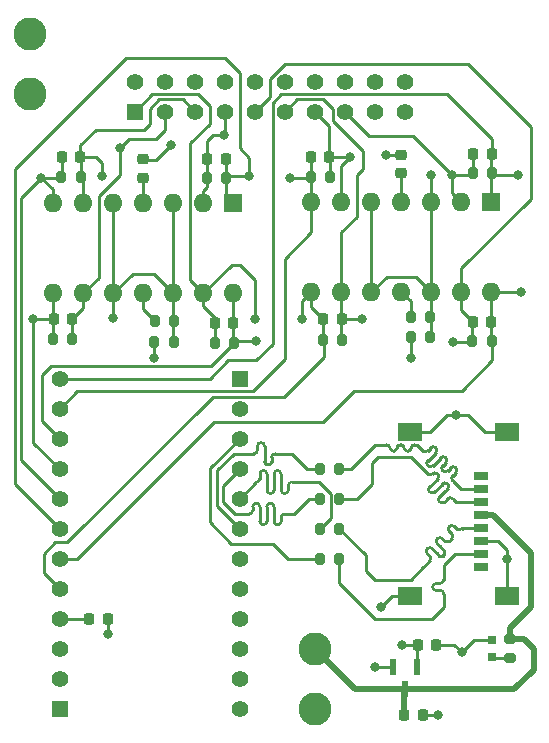
<source format=gbr>
%TF.GenerationSoftware,KiCad,Pcbnew,(6.0.2)*%
%TF.CreationDate,2022-03-10T22:08:29-05:00*%
%TF.ProjectId,SmartSole-Rev1,536d6172-7453-46f6-9c65-2d526576312e,rev?*%
%TF.SameCoordinates,Original*%
%TF.FileFunction,Copper,L1,Top*%
%TF.FilePolarity,Positive*%
%FSLAX46Y46*%
G04 Gerber Fmt 4.6, Leading zero omitted, Abs format (unit mm)*
G04 Created by KiCad (PCBNEW (6.0.2)) date 2022-03-10 22:08:29*
%MOMM*%
%LPD*%
G01*
G04 APERTURE LIST*
G04 Aperture macros list*
%AMRoundRect*
0 Rectangle with rounded corners*
0 $1 Rounding radius*
0 $2 $3 $4 $5 $6 $7 $8 $9 X,Y pos of 4 corners*
0 Add a 4 corners polygon primitive as box body*
4,1,4,$2,$3,$4,$5,$6,$7,$8,$9,$2,$3,0*
0 Add four circle primitives for the rounded corners*
1,1,$1+$1,$2,$3*
1,1,$1+$1,$4,$5*
1,1,$1+$1,$6,$7*
1,1,$1+$1,$8,$9*
0 Add four rect primitives between the rounded corners*
20,1,$1+$1,$2,$3,$4,$5,0*
20,1,$1+$1,$4,$5,$6,$7,0*
20,1,$1+$1,$6,$7,$8,$9,0*
20,1,$1+$1,$8,$9,$2,$3,0*%
G04 Aperture macros list end*
%TA.AperFunction,SMDPad,CuDef*%
%ADD10RoundRect,0.200000X0.200000X0.275000X-0.200000X0.275000X-0.200000X-0.275000X0.200000X-0.275000X0*%
%TD*%
%TA.AperFunction,SMDPad,CuDef*%
%ADD11RoundRect,0.200000X-0.200000X-0.275000X0.200000X-0.275000X0.200000X0.275000X-0.200000X0.275000X0*%
%TD*%
%TA.AperFunction,ComponentPad*%
%ADD12C,2.800000*%
%TD*%
%TA.AperFunction,ComponentPad*%
%ADD13R,1.398000X1.398000*%
%TD*%
%TA.AperFunction,ComponentPad*%
%ADD14C,1.398000*%
%TD*%
%TA.AperFunction,ComponentPad*%
%ADD15C,0.800000*%
%TD*%
%TA.AperFunction,SMDPad,CuDef*%
%ADD16RoundRect,0.225000X-0.225000X-0.250000X0.225000X-0.250000X0.225000X0.250000X-0.225000X0.250000X0*%
%TD*%
%TA.AperFunction,SMDPad,CuDef*%
%ADD17R,0.800000X0.800000*%
%TD*%
%TA.AperFunction,ComponentPad*%
%ADD18R,1.397000X1.397000*%
%TD*%
%TA.AperFunction,ComponentPad*%
%ADD19C,1.397000*%
%TD*%
%TA.AperFunction,SMDPad,CuDef*%
%ADD20RoundRect,0.225000X0.250000X-0.225000X0.250000X0.225000X-0.250000X0.225000X-0.250000X-0.225000X0*%
%TD*%
%TA.AperFunction,SMDPad,CuDef*%
%ADD21R,0.558800X1.320800*%
%TD*%
%TA.AperFunction,SMDPad,CuDef*%
%ADD22RoundRect,0.225000X0.225000X0.250000X-0.225000X0.250000X-0.225000X-0.250000X0.225000X-0.250000X0*%
%TD*%
%TA.AperFunction,SMDPad,CuDef*%
%ADD23R,1.200000X0.800000*%
%TD*%
%TA.AperFunction,SMDPad,CuDef*%
%ADD24R,2.000000X1.500000*%
%TD*%
%TA.AperFunction,ComponentPad*%
%ADD25R,1.600000X1.600000*%
%TD*%
%TA.AperFunction,ComponentPad*%
%ADD26O,1.600000X1.600000*%
%TD*%
%TA.AperFunction,SMDPad,CuDef*%
%ADD27RoundRect,0.200000X-0.275000X0.200000X-0.275000X-0.200000X0.275000X-0.200000X0.275000X0.200000X0*%
%TD*%
%TA.AperFunction,ViaPad*%
%ADD28C,0.800000*%
%TD*%
%TA.AperFunction,Conductor*%
%ADD29C,0.250000*%
%TD*%
%TA.AperFunction,Conductor*%
%ADD30C,0.500000*%
%TD*%
G04 APERTURE END LIST*
D10*
%TO.P,R21,1*%
%TO.N,/Op Amps/VRef2*%
X75627499Y-63249710D03*
%TO.P,R21,2*%
%TO.N,GND*%
X73977499Y-63249710D03*
%TD*%
D11*
%TO.P,R12,1*%
%TO.N,/VRef*%
X95647100Y-64601015D03*
%TO.P,R12,2*%
%TO.N,/Op Amps/VRef1*%
X97297100Y-64601015D03*
%TD*%
D12*
%TO.P,3V3,1,1*%
%TO.N,+3V3*%
X87502499Y-91010000D03*
%TD*%
D13*
%TO.P,J3,1,1*%
%TO.N,unconnected-(J3-Pad1)*%
X81152499Y-68150000D03*
D14*
%TO.P,J3,2,2*%
%TO.N,unconnected-(J3-Pad2)*%
X81152499Y-70690000D03*
%TO.P,J3,3,3*%
%TO.N,/SDO-MISO*%
X81152499Y-73230000D03*
%TO.P,J3,4,4*%
%TO.N,/SDI-MOSI*%
X81152499Y-75770000D03*
%TO.P,J3,5,5*%
%TO.N,/SCLK*%
X81152499Y-78310000D03*
%TO.P,J3,6,6*%
%TO.N,/CS*%
X81152499Y-80850000D03*
%TO.P,J3,7,7*%
%TO.N,unconnected-(J3-Pad7)*%
X81152499Y-83390000D03*
%TO.P,J3,8,8*%
%TO.N,unconnected-(J3-Pad8)*%
X81152499Y-85930000D03*
%TO.P,J3,9,9*%
%TO.N,unconnected-(J3-Pad9)*%
X81152499Y-88470000D03*
%TO.P,J3,10,10*%
%TO.N,unconnected-(J3-Pad10)*%
X81152499Y-91010000D03*
%TO.P,J3,11,11*%
%TO.N,unconnected-(J3-Pad11)*%
X81152499Y-93550000D03*
%TO.P,J3,12,12*%
%TO.N,unconnected-(J3-Pad12)*%
X81152499Y-96090000D03*
%TD*%
D11*
%TO.P,R9,1*%
%TO.N,/ForceIn_7*%
X79037498Y-65151000D03*
%TO.P,R9,2*%
%TO.N,/AIN7*%
X80687498Y-65151000D03*
%TD*%
D15*
%TO.P,F0,1,1*%
%TO.N,/ForceIn_0*%
X99164499Y-50868000D03*
%TD*%
D12*
%TO.P,3V0,1,1*%
%TO.N,/VRef*%
X63372499Y-44020000D03*
%TD*%
D10*
%TO.P,R13,1*%
%TO.N,/Op Amps/VRef1*%
X97297100Y-62899568D03*
%TO.P,R13,2*%
%TO.N,GND*%
X95647100Y-62899568D03*
%TD*%
D11*
%TO.P,R4,1*%
%TO.N,/ForceIn_3*%
X100866499Y-64975000D03*
%TO.P,R4,2*%
%TO.N,/AIN3*%
X102516499Y-64975000D03*
%TD*%
D15*
%TO.P,F3,1,1*%
%TO.N,/ForceIn_3*%
X99191612Y-65077727D03*
%TD*%
%TO.P,A4,1,1*%
%TO.N,/AIN4*%
X81981567Y-51025367D03*
%TD*%
%TO.P,A1,1,1*%
%TO.N,/AIN1*%
X85448499Y-51122000D03*
%TD*%
D16*
%TO.P,C6,1*%
%TO.N,/AIN5*%
X66100109Y-49400921D03*
%TO.P,C6,2*%
%TO.N,/ForceIn_5*%
X67650109Y-49400921D03*
%TD*%
D10*
%TO.P,R6,1*%
%TO.N,/ForceIn_5*%
X67700109Y-51051921D03*
%TO.P,R6,2*%
%TO.N,/AIN5*%
X66050109Y-51051921D03*
%TD*%
%TO.P,R8,1*%
%TO.N,Net-(J4-Pad2)*%
X89597499Y-75770000D03*
%TO.P,R8,2*%
%TO.N,/CS*%
X87947499Y-75770000D03*
%TD*%
%TO.P,R14,1*%
%TO.N,Net-(J4-Pad7)*%
X89597499Y-83390000D03*
%TO.P,R14,2*%
%TO.N,/SDO-MISO*%
X87947499Y-83390000D03*
%TD*%
D17*
%TO.P,D1,1,1*%
%TO.N,GND*%
X102492099Y-90237000D03*
%TO.P,D1,2,2*%
%TO.N,Net-(D1-Pad2)*%
X102492099Y-91737000D03*
%TD*%
D15*
%TO.P,VR1,1,1*%
%TO.N,/Op Amps/VRef1*%
X97386499Y-50868000D03*
%TD*%
D16*
%TO.P,C9,1*%
%TO.N,/ForceIn_7*%
X79062498Y-63451000D03*
%TO.P,C9,2*%
%TO.N,/AIN7*%
X80612498Y-63451000D03*
%TD*%
D13*
%TO.P,J2,1,1*%
%TO.N,unconnected-(J2-Pad1)*%
X65912499Y-96090000D03*
D14*
%TO.P,J2,2,2*%
%TO.N,GND*%
X65912499Y-93550000D03*
%TO.P,J2,3,3*%
%TO.N,unconnected-(J2-Pad3)*%
X65912499Y-91010000D03*
%TO.P,J2,4,4*%
%TO.N,+3V3*%
X65912499Y-88470000D03*
%TO.P,J2,5,5*%
%TO.N,/AIN2*%
X65912499Y-85930000D03*
%TO.P,J2,6,6*%
%TO.N,/AIN3*%
X65912499Y-83390000D03*
%TO.P,J2,7,7*%
%TO.N,/AIN4*%
X65912499Y-80850000D03*
%TO.P,J2,8,8*%
%TO.N,/AIN5*%
X65912499Y-78310000D03*
%TO.P,J2,9,9*%
%TO.N,/AIN6*%
X65912499Y-75770000D03*
%TO.P,J2,10,10*%
%TO.N,/AIN7*%
X65912499Y-73230000D03*
%TO.P,J2,11,11*%
%TO.N,/AIN1*%
X65912499Y-70690000D03*
%TO.P,J2,12,12*%
%TO.N,/AIN0*%
X65912499Y-68150000D03*
%TD*%
D11*
%TO.P,R20,1*%
%TO.N,/VRef*%
X73936252Y-65054275D03*
%TO.P,R20,2*%
%TO.N,/Op Amps/VRef2*%
X75586252Y-65054275D03*
%TD*%
D15*
%TO.P,VR2,1,1*%
%TO.N,/Op Amps/VRef2*%
X70454806Y-63006031D03*
%TD*%
D18*
%TO.P,J1,1,1*%
%TO.N,/ForceIn_7*%
X72262499Y-45523000D03*
D19*
%TO.P,J1,2,2*%
%TO.N,GND*%
X72262499Y-42983000D03*
%TO.P,J1,3,3*%
%TO.N,/ForceIn_6*%
X74802499Y-45523000D03*
%TO.P,J1,4,4*%
%TO.N,GND*%
X74802499Y-42983000D03*
%TO.P,J1,5,5*%
%TO.N,/ForceIn_5*%
X77342499Y-45523000D03*
%TO.P,J1,6,6*%
%TO.N,GND*%
X77342499Y-42983000D03*
%TO.P,J1,7,7*%
%TO.N,/ForceIn_4*%
X79882499Y-45523000D03*
%TO.P,J1,8,8*%
%TO.N,GND*%
X79882499Y-42983000D03*
%TO.P,J1,9,9*%
%TO.N,/ForceIn_3*%
X82422499Y-45523000D03*
%TO.P,J1,10,10*%
%TO.N,GND*%
X82422499Y-42983000D03*
%TO.P,J1,11,11*%
%TO.N,/ForceIn_2*%
X84962499Y-45523000D03*
%TO.P,J1,12,12*%
%TO.N,GND*%
X84962499Y-42983000D03*
%TO.P,J1,13,13*%
%TO.N,/ForceIn_1*%
X87502499Y-45523000D03*
%TO.P,J1,14,14*%
%TO.N,GND*%
X87502499Y-42983000D03*
%TO.P,J1,15,15*%
%TO.N,/ForceIn_0*%
X90042499Y-45523000D03*
%TO.P,J1,16,16*%
%TO.N,GND*%
X90042499Y-42983000D03*
%TO.P,J1,17,17*%
X92582499Y-45523000D03*
%TO.P,J1,18,18*%
X92582499Y-42983000D03*
%TO.P,J1,19,19*%
X95122499Y-45523000D03*
%TO.P,J1,20,20*%
X95122499Y-42983000D03*
%TD*%
D10*
%TO.P,R15,1*%
%TO.N,Net-(J4-Pad3)*%
X89597499Y-78310000D03*
%TO.P,R15,2*%
%TO.N,/SDI-MOSI*%
X87947499Y-78310000D03*
%TD*%
D15*
%TO.P,F7,1,1*%
%TO.N,/ForceIn_7*%
X82422499Y-63070000D03*
%TD*%
D10*
%TO.P,R3,1*%
%TO.N,/ForceIn_2*%
X89821422Y-64894386D03*
%TO.P,R3,2*%
%TO.N,/AIN2*%
X88171422Y-64894386D03*
%TD*%
D20*
%TO.P,C12,1*%
%TO.N,+3V3*%
X72986480Y-51134622D03*
%TO.P,C12,2*%
%TO.N,GND*%
X72986480Y-49584622D03*
%TD*%
D15*
%TO.P,A2,1,1*%
%TO.N,/AIN2*%
X86474524Y-63090215D03*
%TD*%
%TO.P,F4,1,1*%
%TO.N,/ForceIn_4*%
X79791572Y-47516654D03*
%TD*%
D16*
%TO.P,C3,1*%
%TO.N,/AIN2*%
X88244524Y-63100215D03*
%TO.P,C3,2*%
%TO.N,/ForceIn_2*%
X89794524Y-63100215D03*
%TD*%
D21*
%TO.P,U3,1,VOUT*%
%TO.N,/VRef*%
X96147498Y-92534000D03*
%TO.P,U3,2,GND*%
%TO.N,GND*%
X94097500Y-92534000D03*
%TO.P,U3,3,VIN*%
%TO.N,+3V3*%
X95122499Y-94432650D03*
%TD*%
D15*
%TO.P,A5,1,1*%
%TO.N,/AIN5*%
X64372723Y-51113142D03*
%TD*%
%TO.P,A3,1,1*%
%TO.N,/AIN3*%
X105006499Y-60774000D03*
%TD*%
%TO.P,A6,1,1*%
%TO.N,/AIN6*%
X63693176Y-63122612D03*
%TD*%
D22*
%TO.P,C1,1*%
%TO.N,/AIN0*%
X102479499Y-49090000D03*
%TO.P,C1,2*%
%TO.N,/ForceIn_0*%
X100929499Y-49090000D03*
%TD*%
D15*
%TO.P,F1,1,1*%
%TO.N,/ForceIn_1*%
X90528499Y-49344000D03*
%TD*%
D16*
%TO.P,C2,1*%
%TO.N,/AIN1*%
X87200499Y-49344000D03*
%TO.P,C2,2*%
%TO.N,/ForceIn_1*%
X88750499Y-49344000D03*
%TD*%
D12*
%TO.P,GND1,1,1*%
%TO.N,GND*%
X63372499Y-38940000D03*
%TD*%
D23*
%TO.P,J4,1,DAT2*%
%TO.N,unconnected-(J4-Pad1)*%
X101557499Y-76355000D03*
%TO.P,J4,2,CD/DAT3*%
%TO.N,Net-(J4-Pad2)*%
X101557499Y-77455000D03*
%TO.P,J4,3,CMD*%
%TO.N,Net-(J4-Pad3)*%
X101557499Y-78555000D03*
%TO.P,J4,4,VDD*%
%TO.N,+3V3*%
X101557499Y-79655000D03*
%TO.P,J4,5,CLK*%
%TO.N,Net-(J4-Pad5)*%
X101557499Y-80755000D03*
%TO.P,J4,6,VSS*%
%TO.N,GND*%
X101557499Y-81855000D03*
%TO.P,J4,7,DAT0*%
%TO.N,Net-(J4-Pad7)*%
X101557499Y-82955000D03*
%TO.P,J4,8,DAT1*%
%TO.N,unconnected-(J4-Pad8)*%
X101557499Y-84055000D03*
D24*
%TO.P,J4,9,SHIELD*%
%TO.N,GND*%
X103757499Y-86525000D03*
%TO.P,J4,10,SHIELD*%
X95557499Y-86525000D03*
%TO.P,J4,11,SHIELD*%
X95557499Y-72635000D03*
%TO.P,J4,12,SHIELD*%
X103757499Y-72635000D03*
%TD*%
D12*
%TO.P,GND2,1,1*%
%TO.N,GND*%
X87502499Y-96090000D03*
%TD*%
D10*
%TO.P,R7,1*%
%TO.N,/ForceIn_6*%
X67001731Y-64773612D03*
%TO.P,R7,2*%
%TO.N,/AIN6*%
X65351731Y-64773612D03*
%TD*%
D25*
%TO.P,U2,1*%
%TO.N,/AIN4*%
X80612498Y-53291000D03*
D26*
%TO.P,U2,2,-*%
%TO.N,/ForceIn_4*%
X78072498Y-53291000D03*
%TO.P,U2,3,+*%
%TO.N,/Op Amps/VRef2*%
X75532498Y-53291000D03*
%TO.P,U2,4,V+*%
%TO.N,+3V3*%
X72992498Y-53291000D03*
%TO.P,U2,5,+*%
%TO.N,/Op Amps/VRef2*%
X70452498Y-53291000D03*
%TO.P,U2,6,-*%
%TO.N,/ForceIn_5*%
X67912498Y-53291000D03*
%TO.P,U2,7*%
%TO.N,/AIN5*%
X65372498Y-53291000D03*
%TO.P,U2,8*%
%TO.N,/AIN6*%
X65372498Y-60911000D03*
%TO.P,U2,9,-*%
%TO.N,/ForceIn_6*%
X67912498Y-60911000D03*
%TO.P,U2,10,+*%
%TO.N,/Op Amps/VRef2*%
X70452498Y-60911000D03*
%TO.P,U2,11,V-*%
%TO.N,GND*%
X72992498Y-60911000D03*
%TO.P,U2,12,+*%
%TO.N,/Op Amps/VRef2*%
X75532498Y-60911000D03*
%TO.P,U2,13,-*%
%TO.N,/ForceIn_7*%
X78072498Y-60911000D03*
%TO.P,U2,14*%
%TO.N,/AIN7*%
X80612498Y-60911000D03*
%TD*%
D15*
%TO.P,F5,1,1*%
%TO.N,/ForceIn_5*%
X69467934Y-51015157D03*
%TD*%
%TO.P,A7,1,1*%
%TO.N,/AIN7*%
X82518035Y-64975416D03*
%TD*%
D11*
%TO.P,R1,1*%
%TO.N,/ForceIn_0*%
X100879499Y-50741000D03*
%TO.P,R1,2*%
%TO.N,/AIN0*%
X102529499Y-50741000D03*
%TD*%
D27*
%TO.P,R10,1*%
%TO.N,+3V3*%
X104012499Y-90185000D03*
%TO.P,R10,2*%
%TO.N,Net-(D1-Pad2)*%
X104012499Y-91835000D03*
%TD*%
D22*
%TO.P,C5,1*%
%TO.N,/AIN4*%
X79981815Y-49516891D03*
%TO.P,C5,2*%
%TO.N,/ForceIn_4*%
X78431815Y-49516891D03*
%TD*%
D15*
%TO.P,F6,1,1*%
%TO.N,/ForceIn_6*%
X70992499Y-48592000D03*
%TD*%
D11*
%TO.P,R5,1*%
%TO.N,/ForceIn_4*%
X78381815Y-51167891D03*
%TO.P,R5,2*%
%TO.N,/AIN4*%
X80031815Y-51167891D03*
%TD*%
D10*
%TO.P,R11,1*%
%TO.N,Net-(J4-Pad5)*%
X89597499Y-80850000D03*
%TO.P,R11,2*%
%TO.N,/SCLK*%
X87947499Y-80850000D03*
%TD*%
D25*
%TO.P,U1,1*%
%TO.N,/AIN0*%
X102471499Y-53164000D03*
D26*
%TO.P,U1,2,-*%
%TO.N,/ForceIn_0*%
X99931499Y-53164000D03*
%TO.P,U1,3,+*%
%TO.N,/Op Amps/VRef1*%
X97391499Y-53164000D03*
%TO.P,U1,4,V+*%
%TO.N,+3V3*%
X94851499Y-53164000D03*
%TO.P,U1,5,+*%
%TO.N,/Op Amps/VRef1*%
X92311499Y-53164000D03*
%TO.P,U1,6,-*%
%TO.N,/ForceIn_1*%
X89771499Y-53164000D03*
%TO.P,U1,7*%
%TO.N,/AIN1*%
X87231499Y-53164000D03*
%TO.P,U1,8*%
%TO.N,/AIN2*%
X87231499Y-60784000D03*
%TO.P,U1,9,-*%
%TO.N,/ForceIn_2*%
X89771499Y-60784000D03*
%TO.P,U1,10,+*%
%TO.N,/Op Amps/VRef1*%
X92311499Y-60784000D03*
%TO.P,U1,11,V-*%
%TO.N,GND*%
X94851499Y-60784000D03*
%TO.P,U1,12,+*%
%TO.N,/Op Amps/VRef1*%
X97391499Y-60784000D03*
%TO.P,U1,13,-*%
%TO.N,/ForceIn_3*%
X99931499Y-60784000D03*
%TO.P,U1,14*%
%TO.N,/AIN3*%
X102471499Y-60784000D03*
%TD*%
D16*
%TO.P,C7,1*%
%TO.N,/AIN6*%
X65401731Y-63122612D03*
%TO.P,C7,2*%
%TO.N,/ForceIn_6*%
X66951731Y-63122612D03*
%TD*%
D10*
%TO.P,R2,1*%
%TO.N,/ForceIn_1*%
X88811349Y-51026265D03*
%TO.P,R2,2*%
%TO.N,/AIN1*%
X87161349Y-51026265D03*
%TD*%
D20*
%TO.P,C13,1*%
%TO.N,+3V3*%
X94848120Y-50754974D03*
%TO.P,C13,2*%
%TO.N,GND*%
X94848120Y-49204974D03*
%TD*%
D15*
%TO.P,A0,1,1*%
%TO.N,/AIN0*%
X104752499Y-50868000D03*
%TD*%
D16*
%TO.P,C8,1*%
%TO.N,+3V3*%
X68439499Y-88470000D03*
%TO.P,C8,2*%
%TO.N,GND*%
X69989499Y-88470000D03*
%TD*%
%TO.P,C11,1*%
%TO.N,/VRef*%
X96219918Y-90650244D03*
%TO.P,C11,2*%
%TO.N,GND*%
X97769918Y-90650244D03*
%TD*%
D15*
%TO.P,F2,1,1*%
%TO.N,/ForceIn_2*%
X91554524Y-63090215D03*
%TD*%
D22*
%TO.P,C4,1*%
%TO.N,/AIN3*%
X102466499Y-63324000D03*
%TO.P,C4,2*%
%TO.N,/ForceIn_3*%
X100916499Y-63324000D03*
%TD*%
D16*
%TO.P,C10,1*%
%TO.N,+3V3*%
X95109499Y-96598000D03*
%TO.P,C10,2*%
%TO.N,GND*%
X96659499Y-96598000D03*
%TD*%
D28*
%TO.N,GND*%
X92582499Y-92534000D03*
X93090499Y-87454000D03*
X75310499Y-48338000D03*
X99496271Y-71198000D03*
X99948499Y-91264000D03*
X69976499Y-89740000D03*
X103758499Y-83390000D03*
X93522028Y-49206267D03*
X97916499Y-96598000D03*
%TO.N,/VRef*%
X73936252Y-66372000D03*
X94859851Y-90653170D03*
X95630499Y-66372000D03*
%TD*%
D29*
%TO.N,/AIN3*%
X65912499Y-83390000D02*
X67372499Y-83390000D01*
X102471499Y-60784000D02*
X102471499Y-64930000D01*
X90804499Y-69166000D02*
X99948499Y-69166000D01*
X102516499Y-66598000D02*
X102516499Y-64975000D01*
X67372499Y-83390000D02*
X78962499Y-71800000D01*
X88170499Y-71800000D02*
X90804499Y-69166000D01*
X105006499Y-60774000D02*
X102481499Y-60774000D01*
X99948499Y-69166000D02*
X102516499Y-66598000D01*
X78962499Y-71800000D02*
X88170499Y-71800000D01*
%TO.N,/ForceIn_2*%
X89019488Y-45282989D02*
X89019488Y-46298989D01*
X89771499Y-60784000D02*
X89771499Y-64844463D01*
X91058499Y-54434000D02*
X89771499Y-55721000D01*
X89771499Y-55721000D02*
X89771499Y-60784000D01*
X89019488Y-46298989D02*
X91566499Y-48846000D01*
X91554524Y-63090215D02*
X89804524Y-63090215D01*
X85985510Y-44499989D02*
X88236488Y-44499989D01*
X88236488Y-44499989D02*
X89019488Y-45282989D01*
X84962499Y-45523000D02*
X85985510Y-44499989D01*
X91058499Y-50878000D02*
X91058499Y-54434000D01*
X91566499Y-50370000D02*
X91058499Y-50878000D01*
X91566499Y-48846000D02*
X91566499Y-50370000D01*
%TO.N,/ForceIn_0*%
X99164499Y-50868000D02*
X99164499Y-52397000D01*
X95872499Y-47576000D02*
X99164499Y-50868000D01*
X99164499Y-50868000D02*
X100752499Y-50868000D01*
X92095499Y-47576000D02*
X95872499Y-47576000D01*
X99164499Y-52397000D02*
X99931499Y-53164000D01*
X100879499Y-50741000D02*
X100879499Y-49140000D01*
X90042499Y-45523000D02*
X92095499Y-47576000D01*
%TO.N,/ForceIn_6*%
X67912498Y-60911000D02*
X67912498Y-62161845D01*
X74802499Y-45523000D02*
X74802499Y-47068000D01*
X69214499Y-52656000D02*
X70992499Y-50878000D01*
X74802499Y-47068000D02*
X74040499Y-47830000D01*
X67001731Y-64773612D02*
X67001731Y-63172612D01*
X67912498Y-62161845D02*
X66951731Y-63122612D01*
X74040499Y-47830000D02*
X71754499Y-47830000D01*
X70992499Y-50878000D02*
X70992499Y-48592000D01*
X71754499Y-47830000D02*
X70992499Y-48592000D01*
X69214499Y-59608999D02*
X67912498Y-60911000D01*
X69214499Y-52656000D02*
X69214499Y-59608999D01*
%TO.N,/AIN2*%
X78896010Y-69666489D02*
X84896010Y-69666489D01*
X64562499Y-84580000D02*
X64562499Y-83000000D01*
X88171422Y-64894386D02*
X88171422Y-63173317D01*
X88244524Y-63100215D02*
X87231499Y-62087190D01*
X66562499Y-82000000D02*
X78896010Y-69666489D01*
X84896010Y-69666489D02*
X88264499Y-66298000D01*
X87231499Y-62087190D02*
X87231499Y-60784000D01*
X65912499Y-85930000D02*
X64562499Y-84580000D01*
X86474524Y-61540975D02*
X87231499Y-60784000D01*
X64562499Y-83000000D02*
X65562499Y-82000000D01*
X65562499Y-82000000D02*
X66562499Y-82000000D01*
X86474524Y-63090215D02*
X86474524Y-61540975D01*
X88264499Y-66298000D02*
X88264499Y-64987463D01*
%TO.N,/AIN6*%
X65372498Y-64752845D02*
X65372498Y-60911000D01*
X65912499Y-75770000D02*
X63693176Y-73550677D01*
X63693176Y-63122612D02*
X65401731Y-63122612D01*
X63693176Y-73550677D02*
X63693176Y-63122612D01*
%TO.N,/ForceIn_5*%
X77342499Y-45523000D02*
X76319488Y-44499989D01*
X67700109Y-51051921D02*
X67700109Y-49450921D01*
X68960499Y-47068000D02*
X67650109Y-48378390D01*
X76319488Y-44499989D02*
X74322510Y-44499989D01*
X73024499Y-47068000D02*
X68960499Y-47068000D01*
X73532499Y-46560000D02*
X73024499Y-47068000D01*
X73532499Y-45290000D02*
X73532499Y-46560000D01*
X67650109Y-48378390D02*
X67650109Y-49400921D01*
X69007420Y-49400921D02*
X69467934Y-49861435D01*
X67912498Y-53291000D02*
X67912498Y-51264310D01*
X74322510Y-44499989D02*
X73532499Y-45290000D01*
X69467934Y-49861435D02*
X69467934Y-51015157D01*
X67650109Y-49400921D02*
X69007420Y-49400921D01*
%TO.N,GND*%
X99948499Y-91264000D02*
X100975499Y-90237000D01*
X102985499Y-81855000D02*
X103758499Y-82628000D01*
X103757499Y-72635000D02*
X101893499Y-72635000D01*
X95647100Y-61579601D02*
X94851499Y-60784000D01*
X95557499Y-86525000D02*
X94019499Y-86525000D01*
X95647100Y-62899568D02*
X95647100Y-61579601D01*
X101557499Y-81855000D02*
X102985499Y-81855000D01*
X99334743Y-90650244D02*
X97769918Y-90650244D01*
X98678499Y-71198000D02*
X99496271Y-71198000D01*
X103758499Y-82628000D02*
X103758499Y-83390000D01*
X94019499Y-86525000D02*
X93090499Y-87454000D01*
X95557499Y-72635000D02*
X97241499Y-72635000D01*
X93523321Y-49204974D02*
X93522028Y-49206267D01*
X103757499Y-83391000D02*
X103757499Y-86525000D01*
X74040499Y-49608000D02*
X73009858Y-49608000D01*
X92582499Y-92534000D02*
X94097500Y-92534000D01*
X99948499Y-91264000D02*
X99334743Y-90650244D01*
X72992498Y-62264709D02*
X72992498Y-60911000D01*
X103758499Y-83390000D02*
X103757499Y-83391000D01*
X69976499Y-88483000D02*
X69989499Y-88470000D01*
X101893499Y-72635000D02*
X100456499Y-71198000D01*
X100456499Y-71198000D02*
X99496271Y-71198000D01*
X97916499Y-96598000D02*
X96659499Y-96598000D01*
X75310499Y-48338000D02*
X74040499Y-49608000D01*
X97241499Y-72635000D02*
X98678499Y-71198000D01*
X100975499Y-90237000D02*
X102492099Y-90237000D01*
X73977499Y-63249710D02*
X72992498Y-62264709D01*
X94848120Y-49204974D02*
X93523321Y-49204974D01*
X69976499Y-89740000D02*
X69976499Y-88483000D01*
%TO.N,/AIN5*%
X65372498Y-52112917D02*
X64372723Y-51113142D01*
X62610499Y-75008000D02*
X62610499Y-52875366D01*
X65372498Y-53291000D02*
X65372498Y-52112917D01*
X65912499Y-78310000D02*
X62610499Y-75008000D01*
X62610499Y-52875366D02*
X64372723Y-51113142D01*
X66100109Y-49400921D02*
X66100109Y-51001921D01*
X64372723Y-51113142D02*
X65988888Y-51113142D01*
%TO.N,/ForceIn_4*%
X78431815Y-48010684D02*
X78925845Y-47516654D01*
X78381815Y-51946930D02*
X78381815Y-51167891D01*
X78072498Y-52256247D02*
X78381815Y-51946930D01*
X78381815Y-51167891D02*
X78381815Y-49566891D01*
X78072498Y-53291000D02*
X78072498Y-52256247D01*
X78925845Y-47516654D02*
X79791572Y-47516654D01*
X79882499Y-45523000D02*
X79882499Y-47425727D01*
X78431815Y-49516891D02*
X78431815Y-48010684D01*
%TO.N,/AIN1*%
X87231499Y-53164000D02*
X87231499Y-49375000D01*
X84962499Y-57990000D02*
X84962499Y-66500000D01*
X84962499Y-66500000D02*
X82262499Y-69200000D01*
X85448499Y-51122000D02*
X87065614Y-51122000D01*
X67402499Y-69200000D02*
X65912499Y-70690000D01*
X82262499Y-69200000D02*
X67402499Y-69200000D01*
X87231499Y-53164000D02*
X87231499Y-55721000D01*
X87231499Y-55721000D02*
X84962499Y-57990000D01*
%TO.N,/ForceIn_7*%
X77626968Y-44050469D02*
X78612499Y-45036000D01*
X82422499Y-63070000D02*
X82422499Y-59768000D01*
X80485498Y-58498000D02*
X78072498Y-60911000D01*
X73735030Y-44050469D02*
X77626968Y-44050469D01*
X78072498Y-62021999D02*
X78072498Y-60911000D01*
X81152499Y-58498000D02*
X80485498Y-58498000D01*
X76947987Y-48224512D02*
X76947987Y-59786489D01*
X82422499Y-59768000D02*
X81152499Y-58498000D01*
X76947987Y-59786489D02*
X78072498Y-60911000D01*
X79037498Y-65151000D02*
X79037498Y-62986999D01*
X72262499Y-45523000D02*
X73735030Y-44050469D01*
X78612499Y-45036000D02*
X78612499Y-46560000D01*
X79037498Y-62986999D02*
X78072498Y-62021999D01*
X78612499Y-46560000D02*
X76947987Y-48224512D01*
%TO.N,/AIN4*%
X79981815Y-49516891D02*
X79981815Y-51117891D01*
X62102499Y-50370000D02*
X62102499Y-77040000D01*
X81981567Y-51025367D02*
X80174339Y-51025367D01*
X81152499Y-48592000D02*
X81152499Y-42242000D01*
X81981567Y-51025367D02*
X81981567Y-49421068D01*
X62102499Y-77040000D02*
X65912499Y-80850000D01*
X71500499Y-40972000D02*
X62102499Y-50370000D01*
X80031815Y-51167891D02*
X80031815Y-52710317D01*
X81152499Y-42242000D02*
X79882499Y-40972000D01*
X81981567Y-49421068D02*
X81152499Y-48592000D01*
X79882499Y-40972000D02*
X71500499Y-40972000D01*
%TO.N,/ForceIn_3*%
X83692499Y-44253000D02*
X83692499Y-42750000D01*
X99931499Y-58769000D02*
X99931499Y-60784000D01*
X105790499Y-52910000D02*
X99931499Y-58769000D01*
X83692499Y-42750000D02*
X84962499Y-41480000D01*
X99191612Y-65077727D02*
X100763772Y-65077727D01*
X99931499Y-60784000D02*
X99931499Y-62339000D01*
X82422499Y-45523000D02*
X83692499Y-44253000D01*
X84962499Y-41480000D02*
X100456499Y-41480000D01*
X100866499Y-64975000D02*
X100866499Y-63374000D01*
X100456499Y-41480000D02*
X105790499Y-46814000D01*
X105790499Y-46814000D02*
X105790499Y-52910000D01*
X99931499Y-62339000D02*
X100916499Y-63324000D01*
%TO.N,/VRef*%
X95630499Y-66372000D02*
X95630499Y-64617616D01*
X94862777Y-90650244D02*
X96219918Y-90650244D01*
X73936252Y-65054275D02*
X73936252Y-66372000D01*
X96147498Y-92534000D02*
X96147498Y-90722664D01*
X94859851Y-90653170D02*
X94862777Y-90650244D01*
%TO.N,Net-(D1-Pad2)*%
X104012499Y-91835000D02*
X102590099Y-91835000D01*
D30*
%TO.N,+3V3*%
X95109499Y-94445650D02*
X95122499Y-94432650D01*
X105219499Y-90185000D02*
X104012499Y-90185000D01*
X95109499Y-96598000D02*
X95109499Y-94445650D01*
X104012499Y-90185000D02*
X104012499Y-89232000D01*
X90925149Y-94432650D02*
X95122499Y-94432650D01*
X87502499Y-91010000D02*
X90925149Y-94432650D01*
D29*
X65912499Y-88470000D02*
X68439499Y-88470000D01*
D30*
X102563499Y-79655000D02*
X101557499Y-79655000D01*
X105790499Y-87454000D02*
X105790499Y-82882000D01*
D29*
X94848120Y-50754974D02*
X94848120Y-53160621D01*
D30*
X95122499Y-94432650D02*
X104399849Y-94432650D01*
X105790499Y-82882000D02*
X102563499Y-79655000D01*
X106044499Y-92788000D02*
X106044499Y-91010000D01*
X104012499Y-89232000D02*
X105790499Y-87454000D01*
X106044499Y-91010000D02*
X105219499Y-90185000D01*
X104399849Y-94432650D02*
X106044499Y-92788000D01*
D29*
X72992498Y-53291000D02*
X72992498Y-51140640D01*
%TO.N,/AIN7*%
X78741987Y-67096511D02*
X65165988Y-67096511D01*
X82518035Y-64975416D02*
X80863082Y-64975416D01*
X80612498Y-65076000D02*
X80612498Y-60911000D01*
X65165988Y-67096511D02*
X64388499Y-67874000D01*
X80687498Y-65151000D02*
X78741987Y-67096511D01*
X64388499Y-67874000D02*
X64388499Y-71706000D01*
X64388499Y-71706000D02*
X65912499Y-73230000D01*
%TO.N,/ForceIn_1*%
X89771499Y-53164000D02*
X89771499Y-50101000D01*
X88811349Y-51026265D02*
X88811349Y-49404850D01*
X90528499Y-49344000D02*
X88750499Y-49344000D01*
X87502499Y-45523000D02*
X88750499Y-46771000D01*
X88750499Y-46771000D02*
X88750499Y-49344000D01*
X89771499Y-50101000D02*
X90528499Y-49344000D01*
%TO.N,/Op Amps/VRef1*%
X97391499Y-60784000D02*
X97391499Y-53164000D01*
X96111499Y-59504000D02*
X93591499Y-59504000D01*
X93591499Y-59504000D02*
X92311499Y-60784000D01*
X97391499Y-60784000D02*
X96111499Y-59504000D01*
X92311499Y-53164000D02*
X92311499Y-60784000D01*
X97391499Y-60784000D02*
X97391499Y-64506616D01*
X97386499Y-50868000D02*
X97386499Y-53159000D01*
%TO.N,/AIN0*%
X83939488Y-44789011D02*
X84678030Y-44050469D01*
X102471499Y-49098000D02*
X102471499Y-53164000D01*
X83862499Y-65300000D02*
X83946499Y-65216000D01*
X78612499Y-68150000D02*
X80162499Y-66600000D01*
X98708968Y-44050469D02*
X102488499Y-47830000D01*
X104752499Y-50868000D02*
X102656499Y-50868000D01*
X83946499Y-65216000D02*
X83946499Y-61038000D01*
X84678030Y-44050469D02*
X98708968Y-44050469D01*
X83939488Y-61030989D02*
X83939488Y-44789011D01*
X102488499Y-47830000D02*
X102488499Y-49081000D01*
X83946499Y-61038000D02*
X83939488Y-61030989D01*
X65912499Y-68150000D02*
X78612499Y-68150000D01*
X82562499Y-66600000D02*
X83946499Y-65216000D01*
X80162499Y-66600000D02*
X82562499Y-66600000D01*
%TO.N,/SDO-MISO*%
X85252499Y-83390000D02*
X87947499Y-83390000D01*
X80462499Y-82100000D02*
X83962499Y-82100000D01*
X81152499Y-73230000D02*
X78662499Y-75720000D01*
X78662499Y-80300000D02*
X80462499Y-82100000D01*
X78662499Y-75720000D02*
X78662499Y-80300000D01*
X83962499Y-82100000D02*
X85252499Y-83390000D01*
%TO.N,/SDI-MOSI*%
X79762499Y-77200000D02*
X79762499Y-78600000D01*
X82862499Y-79300000D02*
X82862499Y-80219932D01*
X82862499Y-78980068D02*
X82862499Y-79300000D01*
X84062499Y-79600000D02*
X84062499Y-80219932D01*
X87052499Y-78310000D02*
X87947499Y-78310000D01*
X80762499Y-79600000D02*
X81962499Y-79600000D01*
X79762499Y-78600000D02*
X80762499Y-79600000D01*
X84062499Y-78980068D02*
X84062499Y-79600000D01*
X81152499Y-75810000D02*
X79762499Y-77200000D01*
X84662499Y-80219932D02*
X84662499Y-79900000D01*
X85762499Y-79600000D02*
X87052499Y-78310000D01*
X85620779Y-79600000D02*
X85762499Y-79600000D01*
X81152499Y-75770000D02*
X81152499Y-75810000D01*
X83462499Y-80219932D02*
X83462499Y-79600000D01*
X84962499Y-79600000D02*
X85620779Y-79600000D01*
X83462499Y-79600000D02*
X83462499Y-78980068D01*
X82262499Y-79300000D02*
X82262499Y-78980068D01*
X84962499Y-79600000D02*
G75*
G03*
X84662499Y-79900000I0J-300000D01*
G01*
X83462499Y-80219932D02*
G75*
G02*
X83162499Y-80519932I-300000J0D01*
G01*
X82562499Y-78680068D02*
G75*
G03*
X82262499Y-78980068I0J-300000D01*
G01*
X84362499Y-80519932D02*
G75*
G02*
X84062499Y-80219932I0J300000D01*
G01*
X82862499Y-78980068D02*
G75*
G03*
X82562499Y-78680068I-300000J0D01*
G01*
X84662499Y-80219932D02*
G75*
G02*
X84362499Y-80519932I-300000J0D01*
G01*
X84062499Y-78980068D02*
G75*
G03*
X83762499Y-78680068I-300000J0D01*
G01*
X83762499Y-78680068D02*
G75*
G03*
X83462499Y-78980068I0J-300000D01*
G01*
X82262499Y-79300000D02*
G75*
G02*
X81962499Y-79600000I-300000J0D01*
G01*
X83162499Y-80519932D02*
G75*
G02*
X82862499Y-80219932I0J300000D01*
G01*
%TO.N,/SCLK*%
X84062499Y-76900000D02*
X84062499Y-76218704D01*
X84662499Y-76218704D02*
X84662499Y-76900000D01*
X84062499Y-77581296D02*
X84062499Y-76900000D01*
X86111173Y-76900000D02*
X87862499Y-76900000D01*
X85562499Y-76900000D02*
X86111173Y-76900000D01*
X83462499Y-76600000D02*
X83462499Y-77581296D01*
X81152499Y-78310000D02*
X82562499Y-76900000D01*
X87862499Y-76900000D02*
X88862499Y-77900000D01*
X82862499Y-76600000D02*
X82862499Y-76218704D01*
X84662499Y-76900000D02*
X84662499Y-77581296D01*
X83462499Y-76218704D02*
X83462499Y-76600000D01*
X88862499Y-77900000D02*
X88862499Y-79935000D01*
X85262499Y-77581296D02*
X85262499Y-77200000D01*
X88862499Y-79935000D02*
X87947499Y-80850000D01*
X83762499Y-77881296D02*
G75*
G02*
X83462499Y-77581296I0J300000D01*
G01*
X83462499Y-76218704D02*
G75*
G03*
X83162499Y-75918704I-300000J0D01*
G01*
X83162499Y-75918704D02*
G75*
G03*
X82862499Y-76218704I0J-300000D01*
G01*
X84662499Y-76218704D02*
G75*
G03*
X84362499Y-75918704I-300000J0D01*
G01*
X82862499Y-76600000D02*
G75*
G02*
X82562499Y-76900000I-300000J0D01*
G01*
X84362499Y-75918704D02*
G75*
G03*
X84062499Y-76218704I0J-300000D01*
G01*
X84962499Y-77881296D02*
G75*
G02*
X84662499Y-77581296I0J300000D01*
G01*
X85562499Y-76900000D02*
G75*
G03*
X85262499Y-77200000I0J-300000D01*
G01*
X84062499Y-77581296D02*
G75*
G02*
X83762499Y-77881296I-300000J0D01*
G01*
X85262499Y-77581296D02*
G75*
G02*
X84962499Y-77881296I-300000J0D01*
G01*
%TO.N,/CS*%
X82662499Y-74200000D02*
X82662499Y-73841197D01*
X83262499Y-74200000D02*
X83262499Y-75158803D01*
X85562499Y-74500000D02*
X86862499Y-75800000D01*
X84467693Y-74500000D02*
X85562499Y-74500000D01*
X87917499Y-75800000D02*
X87947499Y-75770000D01*
X80662499Y-74500000D02*
X82362499Y-74500000D01*
X79262499Y-78960000D02*
X79262499Y-75900000D01*
X83262499Y-73841197D02*
X83262499Y-74200000D01*
X86862499Y-75800000D02*
X87917499Y-75800000D01*
X81152499Y-80850000D02*
X79262499Y-78960000D01*
X83862499Y-75158803D02*
X83862499Y-74800000D01*
X84162499Y-74500000D02*
X84467693Y-74500000D01*
X79262499Y-75900000D02*
X80662499Y-74500000D01*
X83562499Y-75458803D02*
G75*
G02*
X83262499Y-75158803I0J300000D01*
G01*
X83262499Y-73841197D02*
G75*
G03*
X82962499Y-73541197I-300000J0D01*
G01*
X83862499Y-75158803D02*
G75*
G02*
X83562499Y-75458803I-300000J0D01*
G01*
X84162499Y-74500000D02*
G75*
G03*
X83862499Y-74800000I0J-300000D01*
G01*
X82962499Y-73541197D02*
G75*
G03*
X82662499Y-73841197I0J-300000D01*
G01*
X82662499Y-74200000D02*
G75*
G02*
X82362499Y-74500000I-300000J0D01*
G01*
%TO.N,/Op Amps/VRef2*%
X73881498Y-59260000D02*
X75532498Y-60911000D01*
X70452498Y-60911000D02*
X72103498Y-59260000D01*
X72103498Y-59260000D02*
X73881498Y-59260000D01*
X70452498Y-63003723D02*
X70454806Y-63006031D01*
X70452498Y-53291000D02*
X70452498Y-63003723D01*
X75532498Y-65000521D02*
X75532498Y-53291000D01*
%TO.N,Net-(J4-Pad2)*%
X99855499Y-77455000D02*
X99186499Y-76786000D01*
X97087440Y-75505783D02*
X97072596Y-75490939D01*
X101557499Y-77455000D02*
X99855499Y-77455000D01*
X96640907Y-74240409D02*
X96138499Y-73738000D01*
X97333171Y-73972410D02*
X97065171Y-74240409D01*
X92582499Y-73738000D02*
X90550499Y-75770000D01*
X90550499Y-75770000D02*
X89597499Y-75770000D01*
X95073995Y-74002505D02*
X95073995Y-74002504D01*
X99030233Y-75669470D02*
X99030233Y-75669471D01*
X99186498Y-76361735D02*
X99186499Y-76361735D01*
X95673995Y-74002504D02*
X95673995Y-74002505D01*
X98181704Y-74820942D02*
X97496860Y-75505782D01*
X97333171Y-73972409D02*
X97333171Y-73972410D01*
X93538499Y-73738000D02*
X92582499Y-73738000D01*
X96138499Y-73738000D02*
X95938499Y-73738000D01*
X97087439Y-75505783D02*
X97087440Y-75505783D01*
X97072595Y-75081517D02*
X97757436Y-74396674D01*
X94209491Y-74267009D02*
X94138499Y-74267009D01*
X99030233Y-75669471D02*
X98762233Y-75937470D01*
X93873995Y-74002505D02*
X93873995Y-74002504D01*
X99186499Y-76361735D02*
X99454498Y-76093735D01*
X94473995Y-74002504D02*
X94473995Y-74002505D01*
X98337969Y-75937470D02*
X98337970Y-75937471D01*
X97072596Y-75081519D02*
X97072595Y-75081517D01*
X93609491Y-73738000D02*
X93538499Y-73738000D01*
X98337969Y-75513206D02*
X98337970Y-75513206D01*
X94809491Y-73738000D02*
X94738499Y-73738000D01*
X98181704Y-74820941D02*
X98181704Y-74820942D01*
X95409491Y-74267009D02*
X95338499Y-74267009D01*
X98337970Y-75513206D02*
X98605969Y-75245206D01*
X97757435Y-73972411D02*
G75*
G02*
X97757435Y-74396673I-212131J-212131D01*
G01*
X97333172Y-73972410D02*
G75*
G02*
X97757435Y-73972411I212131J-212131D01*
G01*
X93609491Y-73738000D02*
G75*
G02*
X93873995Y-74002504I1J-264503D01*
G01*
X94809491Y-73738000D02*
G75*
G02*
X95073995Y-74002504I1J-264503D01*
G01*
X94473995Y-74002504D02*
G75*
G02*
X94738499Y-73738000I264503J1D01*
G01*
X93873995Y-74002505D02*
G75*
G03*
X94138499Y-74267009I264503J-1D01*
G01*
X98181705Y-74820942D02*
G75*
G02*
X98605968Y-74820943I212131J-212131D01*
G01*
X95073995Y-74002505D02*
G75*
G03*
X95338499Y-74267009I264503J-1D01*
G01*
X99454497Y-75669472D02*
G75*
G02*
X99454497Y-76093734I-212131J-212131D01*
G01*
X98337970Y-75937469D02*
G75*
G03*
X98762232Y-75937469I212131J212131D01*
G01*
X95409491Y-74267009D02*
G75*
G03*
X95673995Y-74002505I1J264503D01*
G01*
X95673995Y-74002504D02*
G75*
G02*
X95938499Y-73738000I264503J1D01*
G01*
X98337970Y-75513207D02*
G75*
G03*
X98337971Y-75937470I212131J-212131D01*
G01*
X98605968Y-74820943D02*
G75*
G02*
X98605968Y-75245205I-212131J-212131D01*
G01*
X96640908Y-74240408D02*
G75*
G03*
X97065170Y-74240408I212131J212131D01*
G01*
X94209491Y-74267009D02*
G75*
G03*
X94473995Y-74002505I1J264503D01*
G01*
X97087439Y-75505783D02*
G75*
G03*
X97496860Y-75505782I204710J204712D01*
G01*
X99030234Y-75669471D02*
G75*
G02*
X99454497Y-75669472I212131J-212131D01*
G01*
X97072597Y-75081520D02*
G75*
G03*
X97072597Y-75490938I204708J-204709D01*
G01*
X99186499Y-76361736D02*
G75*
G03*
X99186500Y-76785999I212131J-212131D01*
G01*
%TO.N,Net-(J4-Pad3)*%
X97072298Y-76195800D02*
X97072298Y-76195799D01*
X95630499Y-74754000D02*
X92836499Y-74754000D01*
X98762233Y-78309999D02*
X98493645Y-78578588D01*
X97220848Y-77305790D02*
X97220850Y-77305791D01*
X99431499Y-78555000D02*
X99186499Y-78310000D01*
X97906572Y-76210054D02*
X97906573Y-76210055D01*
X98755106Y-77058588D02*
X98740850Y-77044332D01*
X92328499Y-75262000D02*
X92328499Y-77040000D01*
X98069380Y-78154323D02*
X98069380Y-78154322D01*
X98330841Y-77044333D02*
X98330841Y-77044332D01*
X92836499Y-74754000D02*
X92328499Y-75262000D01*
X91058499Y-78310000D02*
X89597499Y-78310000D01*
X98069380Y-78154322D02*
X98550101Y-77673602D01*
X97482308Y-76195799D02*
X97482307Y-76195799D01*
X97072298Y-76195799D02*
X95630499Y-74754000D01*
X97906573Y-76210055D02*
X97892317Y-76195799D01*
X97482308Y-76195800D02*
X97482308Y-76195799D01*
X92328499Y-77040000D02*
X91058499Y-78310000D01*
X98550101Y-77673602D02*
X98755106Y-77468596D01*
X97220850Y-77305791D02*
X97906573Y-76620063D01*
X98330841Y-77044332D02*
X97645113Y-77730055D01*
X98762234Y-78309999D02*
X98762233Y-78309999D01*
X98755105Y-77058587D02*
X98755106Y-77058588D01*
X101557499Y-78555000D02*
X99431499Y-78555000D01*
X98762234Y-78309999D02*
G75*
G02*
X99186499Y-78310000I212132J-212128D01*
G01*
X97072298Y-76195800D02*
G75*
G03*
X97482307Y-76195799I205004J205005D01*
G01*
X97220848Y-77305790D02*
G75*
G03*
X97220849Y-77730055I212135J-212132D01*
G01*
X98069380Y-78154323D02*
G75*
G03*
X98069381Y-78578588I212128J-212132D01*
G01*
X98069382Y-78578587D02*
G75*
G03*
X98493644Y-78578587I212131J212131D01*
G01*
X97906572Y-76210054D02*
G75*
G02*
X97906573Y-76620063I-205004J-205005D01*
G01*
X98755105Y-77058587D02*
G75*
G02*
X98755106Y-77468596I-205004J-205005D01*
G01*
X98330841Y-77044333D02*
G75*
G02*
X98740850Y-77044332I205005J-205004D01*
G01*
X97482308Y-76195800D02*
G75*
G02*
X97892317Y-76195799I205005J-205004D01*
G01*
X97220850Y-77730054D02*
G75*
G03*
X97645112Y-77730054I212131J212131D01*
G01*
%TO.N,Net-(J4-Pad5)*%
X98508233Y-81883744D02*
X98508234Y-81883744D01*
X98083969Y-82308007D02*
X98472879Y-82696918D01*
X95648243Y-85168000D02*
X92582499Y-85168000D01*
X99099969Y-81698527D02*
X99099970Y-81698528D01*
X97891512Y-82115550D02*
X98083969Y-82308007D01*
X101557499Y-80755000D02*
X100043499Y-80755000D01*
X91820499Y-84406000D02*
X91820499Y-83073000D01*
X97235441Y-83580800D02*
X96706625Y-84109618D01*
X97042984Y-82964079D02*
X97235441Y-83156536D01*
X98048614Y-83121184D02*
X97871838Y-82944408D01*
X96706625Y-84109618D02*
X95648243Y-85168000D01*
X97871838Y-82944405D02*
X97467248Y-82539815D01*
X99099970Y-81698528D02*
X98993905Y-81804594D01*
X97871838Y-82944408D02*
X97871838Y-82944405D01*
X98993905Y-81804594D02*
X98932499Y-81866000D01*
X99524234Y-80850000D02*
X99331776Y-80657542D01*
X98932499Y-81866000D02*
X98932499Y-81883744D01*
X98508234Y-81883744D02*
X98315776Y-81691286D01*
X98907512Y-81081806D02*
X99099969Y-81274263D01*
X91820499Y-83073000D02*
X89597499Y-80850000D01*
X92582499Y-85168000D02*
X91820499Y-84406000D01*
X100043499Y-80755000D02*
X99948499Y-80850000D01*
X99524233Y-80850000D02*
X99524234Y-80850000D01*
X98472879Y-83050472D02*
X98402168Y-83121184D01*
X99524233Y-80850000D02*
G75*
G03*
X99948499Y-80850000I212133J212134D01*
G01*
X98472879Y-83050472D02*
G75*
G03*
X98472879Y-82696918I-176778J176777D01*
G01*
X97042985Y-82964078D02*
G75*
G02*
X97042985Y-82539816I212131J212131D01*
G01*
X97235440Y-83580799D02*
G75*
G03*
X97235440Y-83156537I-212131J212131D01*
G01*
X97891513Y-82115549D02*
G75*
G02*
X97891513Y-81691287I212131J212131D01*
G01*
X97891513Y-81691287D02*
G75*
G02*
X98315775Y-81691287I212131J-212131D01*
G01*
X98907513Y-80657543D02*
G75*
G02*
X99331775Y-80657543I212131J-212131D01*
G01*
X97042985Y-82539816D02*
G75*
G02*
X97467247Y-82539816I212131J-212131D01*
G01*
X99099968Y-81698526D02*
G75*
G03*
X99099968Y-81274264I-212131J212131D01*
G01*
X98048614Y-83121184D02*
G75*
G03*
X98402168Y-83121184I176777J176778D01*
G01*
X98508233Y-81883744D02*
G75*
G03*
X98932499Y-81883744I212133J212134D01*
G01*
X98907513Y-81081805D02*
G75*
G02*
X98907513Y-80657543I212131J212131D01*
G01*
%TO.N,Net-(J4-Pad7)*%
X97796410Y-86068000D02*
X98124499Y-86068000D01*
X98424499Y-83898000D02*
X98424499Y-85168000D01*
X92582499Y-88470000D02*
X89597499Y-85485000D01*
X97408499Y-88470000D02*
X92582499Y-88470000D01*
X99367499Y-82955000D02*
X98424499Y-83898000D01*
X98424499Y-87454000D02*
X97408499Y-88470000D01*
X98124499Y-85468000D02*
X97796410Y-85468000D01*
X101557499Y-82955000D02*
X99367499Y-82955000D01*
X98424499Y-87324782D02*
X98424499Y-87454000D01*
X89597499Y-85485000D02*
X89597499Y-83390000D01*
X98424499Y-86368000D02*
X98424499Y-87324782D01*
X98424499Y-86368000D02*
G75*
G03*
X98124499Y-86068000I-300000J0D01*
G01*
X97796410Y-86068000D02*
G75*
G02*
X97496410Y-85768000I0J300000D01*
G01*
X98124499Y-85468000D02*
G75*
G03*
X98424499Y-85168000I0J300000D01*
G01*
X97496410Y-85768000D02*
G75*
G02*
X97796410Y-85468000I300000J0D01*
G01*
%TD*%
M02*

</source>
